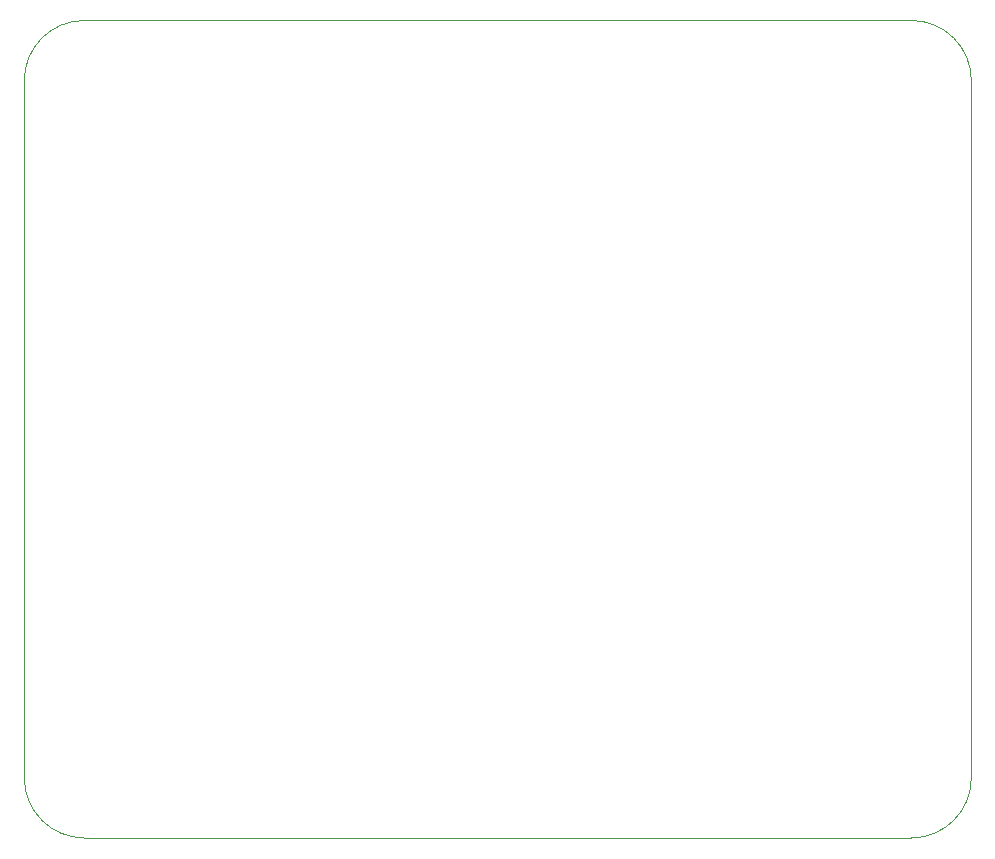
<source format=gm1>
%TF.GenerationSoftware,KiCad,Pcbnew,8.0.7*%
%TF.CreationDate,2025-03-14T10:02:51+02:00*%
%TF.ProjectId,EPM570 Programmer,45504d35-3730-4205-9072-6f6772616d6d,V0*%
%TF.SameCoordinates,Original*%
%TF.FileFunction,Profile,NP*%
%FSLAX46Y46*%
G04 Gerber Fmt 4.6, Leading zero omitted, Abs format (unit mm)*
G04 Created by KiCad (PCBNEW 8.0.7) date 2025-03-14 10:02:51*
%MOMM*%
%LPD*%
G01*
G04 APERTURE LIST*
%TA.AperFunction,Profile*%
%ADD10C,0.100000*%
%TD*%
G04 APERTURE END LIST*
D10*
X58592000Y27576000D02*
G75*
G02*
X63672000Y22496000I0J-5080000D01*
G01*
X63672000Y-36559000D02*
X63672000Y22496000D01*
X-11430000Y-41639000D02*
G75*
G02*
X-16510000Y-36559000I2J5080002D01*
G01*
X58592000Y27576000D02*
X-11430000Y27576000D01*
X63672000Y-36559000D02*
G75*
G02*
X58592000Y-41639000I-5080000J0D01*
G01*
X-16510000Y22496000D02*
G75*
G02*
X-11430000Y27576000I5080002J-2D01*
G01*
X-11430000Y-41639000D02*
X58592000Y-41639000D01*
X-16510000Y-36559000D02*
X-16510000Y22496000D01*
M02*

</source>
